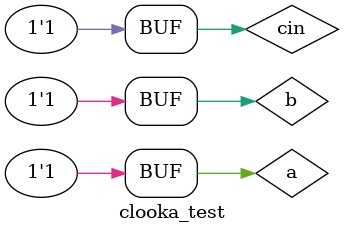
<source format=v>


  module clooka_test;
   reg a,b,cin;
	wire s,c;
	clooka uut(.s(s), .c(c), .a(a), .b(b), .cin(cin));
   initial begin
   a=0;b=0;cin=0;
#100;a=0;b=0;cin=1;
#100;a=0;b=1;cin=0;
#100;a=0;b=1;cin=1;
#100;a=1;b=0;cin=0;
#100;a=1;b=0;cin=1;
#100;a=1;b=1;cin=0;
#100;a=1;b=1;cin=1; 
   end
  endmodule

</source>
